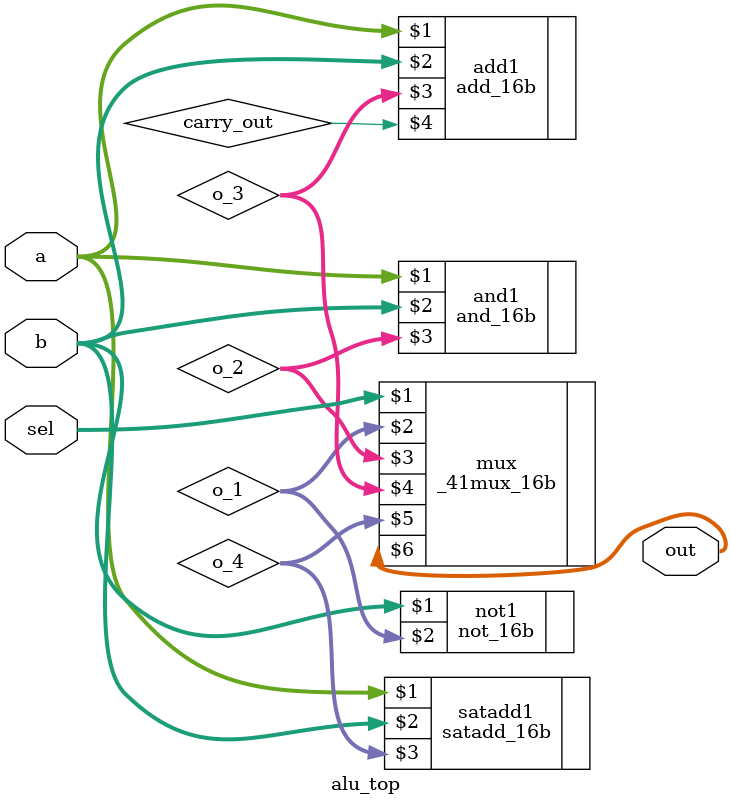
<source format=v>
module alu_top(
	input [15:0] a,b,
	input [1:0] sel,
	output [15:0] out);
	wire [15:0] o_1,o_2,o_3,o_4;
	wire carry_out;
	
	not_16b 	not1(b,o_1);
	and_16b 	and1(a,b,o_2);
	add_16b 	add1(a,b,o_3,carry_out);
	satadd_16b	satadd1(a,b,o_4);
	_41mux_16b	mux(sel,o_1,o_2,o_3,o_4,out);
endmodule
</source>
